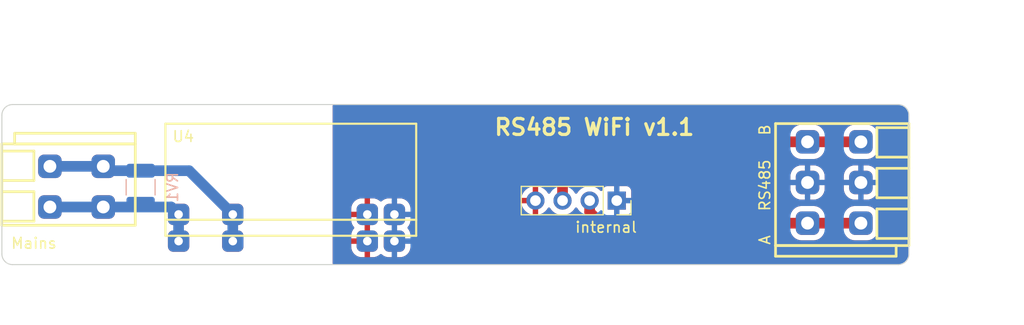
<source format=kicad_pcb>
(kicad_pcb (version 20221018) (generator pcbnew)
  (layers (0 "F.Cu" signal) (31 "B.Cu" signal) (34 "B.Paste" user) (35 "F.Paste" user) (36 "B.SilkS" user "B.Silkscreen") (37 "F.SilkS" user "F.Silkscreen") (38 "B.Mask" user) (39 "F.Mask" user) (44 "Edge.Cuts" user))
  (net 0 "")
  (net 1 "+5V")
  (net 2 "GND")
  (net 3 "Net-(J3-Pin_1)")
  (net 4 "Net-(J3-Pin_2)")
  (net 5 "/RS485_A")
  (net 6 "/RS485_B")
  (footprint "Drake:DG235-3.81-02P" (layer "F.Cu") (at 79.5 125.79 -90)
    (fp_text reference "J3" hide)
    (fp_text value "Mains" (at 7.21 6.5 -180) (layer "F.SilkS"))
    (fp_line (start -3.1 -3) (end -3.099999 8.301751) (stroke (width 0.254)) (layer "F.SilkS"))
    (fp_line (start -3.1 -3) (end -2.1 -3) (stroke (width 0.254)) (layer "F.SilkS"))
    (fp_line (start -3.099999 8.301751) (end -2.1 8.301751) (stroke (width 0.254)) (layer "F.SilkS"))
    (fp_line (start -2.1 -3) (end -2.1 8.301751) (stroke (width 0.254)) (layer "F.SilkS"))
    (fp_line (start -2.1 -3) (end -2.1 9.5) (stroke (width 0.254)) (layer "F.SilkS"))
    (fp_line (start -2.1 -3) (end 5.52 -3) (stroke (width 0.254)) (layer "F.SilkS"))
    (fp_line (start -2.1 9.5) (end 5.52 9.499999) (stroke (width 0.254)) (layer "F.SilkS"))
    (fp_line (start -1.432999 9.5) (end -1.432999 6.5) (stroke (width 0.254)) (layer "F.SilkS"))
    (fp_line (start 1.329 6.5) (end -1.432999 6.5) (stroke (width 0.254)) (layer "F.SilkS"))
    (fp_line (start 1.329 9.5) (end 1.329 6.5) (stroke (width 0.254)) (layer "F.SilkS"))
    (fp_line (start 2.377 9.5) (end 2.377 6.5) (stroke (width 0.254)) (layer "F.SilkS"))
    (fp_line (start 5.139 6.5) (end 2.377 6.5) (stroke (width 0.254)) (layer "F.SilkS"))
    (fp_line (start 5.139 9.5) (end 5.139 6.5) (stroke (width 0.254)) (layer "F.SilkS"))
    (fp_line (start 5.52 -3) (end 5.52 9.499999) (stroke (width 0.254)) (layer "F.SilkS"))
    (pad "1" thru_hole roundrect locked (at 0 0 270) (size 2.2 2.2) (drill 1.2) (layers "*.Cu" "*.Mask") (net 3 "Net-(J3-Pin_1)"))
    (pad "1" thru_hole roundrect locked (at 0 5 270) (size 2.2 2.2) (drill 1.2) (layers "*.Cu" "*.Mask") (net 3 "Net-(J3-Pin_1)"))
    (pad "2" thru_hole roundrect locked (at 3.81 0 270) (size 2.2 2.2) (drill 1.2) (layers "*.Cu" "*.Mask") (net 4 "Net-(J3-Pin_2)"))
    (pad "2" thru_hole roundrect locked (at 3.81 5 270) (size 2.2 2.2) (drill 1.2) (layers "*.Cu" "*.Mask") (net 4 "Net-(J3-Pin_2)"))
  )
  (footprint "Drake:DG235-3.81-03P" (layer "F.Cu") (at 145.500001 131.115 90)
    (fp_text reference "J4" hide)
    (fp_text value "A   RS485   B" (at 3.615 -4 90) (layer "F.SilkS"))
    (fp_line (start -3.1 -3) (end -3.099999 8.301751) (stroke (width 0.254)) (layer "F.SilkS"))
    (fp_line (start -3.1 -3) (end -2.1 -3) (stroke (width 0.254)) (layer "F.SilkS"))
    (fp_line (start -3.099999 8.301751) (end -2.1 8.301751) (stroke (width 0.254)) (layer "F.SilkS"))
    (fp_line (start -2.1 -3) (end -2.1 8.301751) (stroke (width 0.254)) (layer "F.SilkS"))
    (fp_line (start -2.1 -3) (end -2.1 9.5) (stroke (width 0.254)) (layer "F.SilkS"))
    (fp_line (start -2.1 -3) (end 9.33 -3) (stroke (width 0.254)) (layer "F.SilkS"))
    (fp_line (start -2.1 9.5) (end 9.33 9.499999) (stroke (width 0.254)) (layer "F.SilkS"))
    (fp_line (start -1.432999 9.5) (end -1.432999 6.5) (stroke (width 0.254)) (layer "F.SilkS"))
    (fp_line (start 1.329 6.5) (end -1.432999 6.5) (stroke (width 0.254)) (layer "F.SilkS"))
    (fp_line (start 1.329 9.5) (end 1.329 6.5) (stroke (width 0.254)) (layer "F.SilkS"))
    (fp_line (start 2.377 9.5) (end 2.377 6.5) (stroke (width 0.254)) (layer "F.SilkS"))
    (fp_line (start 5.139 6.5) (end 2.377 6.5) (stroke (width 0.254)) (layer "F.SilkS"))
    (fp_line (start 5.139 9.5) (end 5.139 6.5) (stroke (width 0.254)) (layer "F.SilkS"))
    (fp_line (start 6.187 9.5) (end 6.187 6.5) (stroke (width 0.254)) (layer "F.SilkS"))
    (fp_line (start 8.949 6.5) (end 6.187 6.5) (stroke (width 0.254)) (layer "F.SilkS"))
    (fp_line (start 8.949 9.5) (end 8.949 6.5) (stroke (width 0.254)) (layer "F.SilkS"))
    (fp_line (start 9.33 -3) (end 9.33 9.499999) (stroke (width 0.254)) (layer "F.SilkS"))
    (pad "1" thru_hole roundrect locked (at 0 0 90) (size 2.2 2.2) (drill 1.2) (layers "*.Cu" "*.Mask") (net 5 "/RS485_A"))
    (pad "1" thru_hole roundrect locked (at 0 5 90) (size 2.2 2.2) (drill 1.2) (layers "*.Cu" "*.Mask") (net 5 "/RS485_A"))
    (pad "2" thru_hole roundrect locked (at 3.81 0 90) (size 2.2 2.2) (drill 1.2) (layers "*.Cu" "*.Mask") (net 2 "GND"))
    (pad "2" thru_hole roundrect locked (at 3.81 5 90) (size 2.2 2.2) (drill 1.2) (layers "*.Cu" "*.Mask") (net 2 "GND"))
    (pad "3" thru_hole roundrect locked (at 7.62 0 90) (size 2.2 2.2) (drill 1.2) (layers "*.Cu" "*.Mask") (net 6 "/RS485_B"))
    (pad "3" thru_hole roundrect locked (at 7.62 5 90) (size 2.2 2.2) (drill 1.2) (layers "*.Cu" "*.Mask") (net 6 "/RS485_B"))
  )
  (footprint "Connector_PinSocket_2.54mm:PinSocket_1x04_P2.54mm_Vertical" (layer "F.Cu") (at 127.62 129 -90)
    (fp_text reference "J1" hide)
    (fp_text value "internal" (at 2.5 1) (layer "F.SilkS"))
    (fp_line (start -1.33 1.27) (end -1.33 8.95) (stroke (width 0.12)) (layer "F.SilkS"))
    (fp_line (start -1.33 1.27) (end 1.33 1.27) (stroke (width 0.12)) (layer "F.SilkS"))
    (fp_line (start -1.33 8.95) (end 1.33 8.95) (stroke (width 0.12)) (layer "F.SilkS"))
    (fp_line (start 0 -1.33) (end 1.33 -1.33) (stroke (width 0.12)) (layer "F.SilkS"))
    (fp_line (start 1.33 -1.33) (end 1.33 0) (stroke (width 0.12)) (layer "F.SilkS"))
    (fp_line (start 1.33 1.27) (end 1.33 8.95) (stroke (width 0.12)) (layer "F.SilkS"))
    (pad "1" thru_hole rect (at 0 0 270) (size 1.7 1.7) (drill 1) (layers "*.Cu" "*.Mask") (net 2 "GND"))
    (pad "2" thru_hole oval (at 0 2.54 270) (size 1.7 1.7) (drill 1) (layers "*.Cu" "*.Mask") (net 5 "/RS485_A"))
    (pad "3" thru_hole oval (at 0 5.08 270) (size 1.7 1.7) (drill 1) (layers "*.Cu" "*.Mask") (net 6 "/RS485_B"))
    (pad "4" thru_hole oval (at 0 7.62 270) (size 1.7 1.7) (drill 1) (layers "*.Cu" "*.Mask") (net 1 "+5V"))
  )
  (footprint "Drake:RQG 5V-0.6A-vertical" (layer "F.Cu") (at 85.325 110.4525 180)
    (fp_text reference "U4" (at -1.675 -12.5475 unlocked) (layer "F.SilkS"))
    (fp_text value "PSU")
    (fp_line (start -23.5 -21.845) (end -23.5 -11.345) (stroke (width 0.2)) (layer "F.SilkS"))
    (fp_line (start -23.5 -20.345) (end 0 -20.345) (stroke (width 0.2)) (layer "F.SilkS"))
    (fp_line (start -23.5 -11.345) (end 0 -11.345) (stroke (width 0.2)) (layer "F.SilkS"))
    (fp_line (start 0 -21.845) (end -23.5 -21.845) (stroke (width 0.2)) (layer "F.SilkS"))
    (fp_line (start 0 -11.345) (end 0 -21.845) (stroke (width 0.2)) (layer "F.SilkS"))
    (pad "1" thru_hole roundrect (at -1.234 -22.345 180) (size 2 2) (drill 0.8) (layers "*.Cu" "*.Mask") (net 4 "Net-(J3-Pin_2)"))
    (pad "1" thru_hole roundrect (at -1.234 -19.845 180) (size 2 2) (drill 0.8) (layers "*.Cu" "*.Mask") (net 4 "Net-(J3-Pin_2)"))
    (pad "2" thru_hole roundrect (at -6.314 -22.345 180) (size 2 2) (drill 0.8) (layers "*.Cu" "*.Mask") (net 3 "Net-(J3-Pin_1)"))
    (pad "2" thru_hole roundrect (at -6.314 -19.845 180) (size 2 2) (drill 0.8) (layers "*.Cu" "*.Mask") (net 3 "Net-(J3-Pin_1)"))
    (pad "3" thru_hole roundrect (at -21.4595 -22.345 180) (size 2 2) (drill 0.8) (layers "*.Cu" "*.Mask") (net 2 "GND"))
    (pad "3" thru_hole roundrect (at -21.4595 -19.845 180) (size 2 2) (drill 0.8) (layers "*.Cu" "*.Mask") (net 2 "GND"))
    (pad "4" thru_hole roundrect (at -18.9195 -22.345 180) (size 2 2) (drill 0.8) (layers "*.Cu" "*.Mask") (net 1 "+5V"))
    (pad "4" thru_hole roundrect (at -18.9195 -19.845 180) (size 2 2) (drill 0.8) (layers "*.Cu" "*.Mask") (net 1 "+5V"))
  )
  (footprint "Resistor_SMD:R_1210_3225Metric_Pad1.30x2.65mm_HandSolder" (layer "B.Cu") (at 83 127.75 90)
    (fp_text reference "RV1" (at 0 3 90) (layer "B.SilkS") (effects (justify mirror)))
    (fp_text value "B72650M251K72")
    (fp_line (start -0.723737 -1.355) (end 0.723737 -1.355) (stroke (width 0.12)) (layer "B.SilkS"))
    (fp_line (start -0.723737 1.355) (end 0.723737 1.355) (stroke (width 0.12)) (layer "B.SilkS"))
    (pad "1" smd roundrect (at -1.55 0 90) (size 1.3 2.65) (layers "B.Cu" "B.Paste" "B.Mask") (roundrect_rratio 0.1923076923) (net 4 "Net-(J3-Pin_2)"))
    (pad "2" smd roundrect (at 1.55 0 90) (size 1.3 2.65) (layers "B.Cu" "B.Paste" "B.Mask") (roundrect_rratio 0.1923076923) (net 3 "Net-(J3-Pin_1)"))
  )
  (gr_line (start 154 120) (end 71 120) (stroke (width 0.1)) (layer "Edge.Cuts"))
  (gr_arc (start 71 135) (mid 70.292893 134.707107) (end 70 134) (stroke (width 0.1)) (layer "Edge.Cuts"))
  (gr_line (start 71 135) (end 154 135) (stroke (width 0.1)) (layer "Edge.Cuts"))
  (gr_line (start 155 134) (end 155 121) (stroke (width 0.1)) (layer "Edge.Cuts"))
  (gr_arc (start 70 121) (mid 70.292893 120.292893) (end 71 120) (stroke (width 0.1)) (layer "Edge.Cuts"))
  (gr_line (start 70 121) (end 70 134) (stroke (width 0.1)) (layer "Edge.Cuts"))
  (gr_arc (start 154 120) (mid 154.707107 120.292893) (end 155 121) (stroke (width 0.1)) (layer "Edge.Cuts"))
  (gr_arc (start 155 134) (mid 154.707107 134.707107) (end 154 135) (stroke (width 0.1)) (layer "Edge.Cuts"))
  (gr_text "RS485 WiFi v1.1" (at 116 123) (layer "F.SilkS") (effects (font (size 1.5 1.5) (thickness 0.3) bold) (justify left bottom)))
  (segment (start 79.91 126.2) (end 83 126.2) (width 1) (layer "B.Cu") (net 3))
  (segment (start 91.639 130.2975) (end 91.639 132.7975) (width 1) (layer "B.Cu") (net 3))
  (segment (start 83 126.2) (end 87.5415 126.2) (width 1) (layer "B.Cu") (net 3))
  (segment (start 74.5 125.79) (end 79.5 125.79) (width 1) (layer "B.Cu") (net 3))
  (segment (start 87.5415 126.2) (end 91.639 130.2975) (width 1) (layer "B.Cu") (net 3))
  (segment (start 79.5 125.79) (end 79.91 126.2) (width 1) (layer "B.Cu") (net 3))
  (segment (start 74.5 129.6) (end 79.5 129.6) (width 1) (layer "B.Cu") (net 4))
  (segment (start 85.8615 129.6) (end 86.559 130.2975) (width 1) (layer "B.Cu") (net 4))
  (segment (start 86.559 130.2975) (end 86.559 132.7975) (width 1) (layer "B.Cu") (net 4))
  (segment (start 79.5 129.6) (end 85.8615 129.6) (width 1) (layer "B.Cu") (net 4))
  (segment (start 150.500001 131.115) (end 145.500001 131.115) (width 1) (layer "F.Cu") (net 5))
  (segment (start 145.500001 131.115) (end 126.115 131.115) (width 1) (layer "F.Cu") (net 5))
  (segment (start 125.08 130.08) (end 125.08 129) (width 1) (layer "F.Cu") (net 5))
  (segment (start 126.115 131.115) (end 125.08 130.08) (width 1) (layer "F.Cu") (net 5))
  (segment (start 150.500001 123.495) (end 145.500001 123.495) (width 1) (layer "F.Cu") (net 6))
  (segment (start 122.54 127.46) (end 122.54 129) (width 1) (layer "F.Cu") (net 6))
  (segment (start 126.505 123.495) (end 122.54 127.46) (width 1) (layer "F.Cu") (net 6))
  (segment (start 145.500001 123.495) (end 126.505 123.495) (width 1) (layer "F.Cu") (net 6))
  (zone (net 1) (net_name "+5V") (layer "F.Cu") (connect_pads (clearance 0.508)) (min_thickness 0.254) (fill yes (thermal_gap 0.508) (thermal_bridge_width 0.508) (island_removal_mode 2) (island_area_min 10))
    (polygon (pts (xy 155 135) (xy 101 135) (xy 101 120) (xy 155 120)))
  )
  (zone (net 2) (net_name "GND") (layer "B.Cu") (connect_pads (clearance 0.508)) (min_thickness 0.254) (fill yes (thermal_gap 0.508) (thermal_bridge_width 0.508) (island_removal_mode 2) (island_area_min 10))
    (polygon (pts (xy 155 135) (xy 101 135) (xy 101 120) (xy 155 120)))
  )
)
</source>
